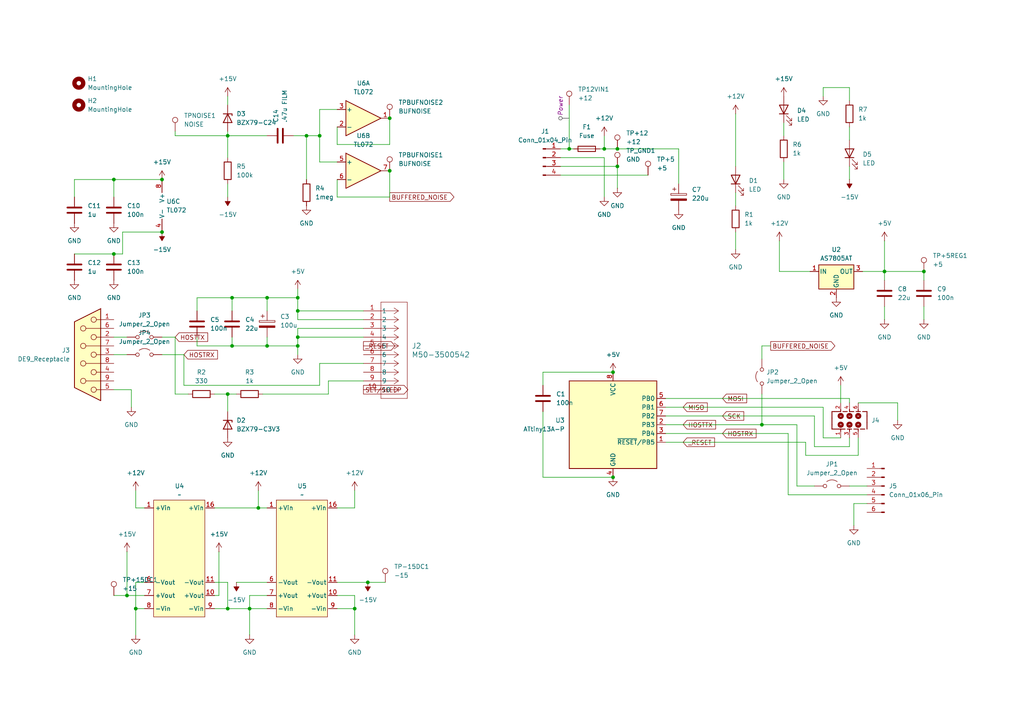
<source format=kicad_sch>
(kicad_sch (version 20231120) (generator "eeschema") (generator_version "8.0")
  (paper "A4")
  (lib_symbols
    (symbol "2024-08-17_19-55-54:M50-3500542" (pin_names (offset 0.254))
      (property "Reference" "J" (at 8.89 6.35 0))
      (property "Value" "M50-3500542" (at 0 0 0))
      (symbol "M50-3500542_0_1"
        (pin unspecified line (at 0 0 0) (length 5.08) (name "1") (number "1"))
        (pin unspecified line (at 0 -22.86 0) (length 5.08) (name "10") (number "10"))
        (pin unspecified line (at 0 -2.54 0) (length 5.08) (name "2") (number "2"))
        (pin unspecified line (at 0 -5.08 0) (length 5.08) (name "3") (number "3"))
        (pin unspecified line (at 0 -7.62 0) (length 5.08) (name "4") (number "4"))
        (pin unspecified line (at 0 -10.16 0) (length 5.08) (name "5") (number "5"))
        (pin unspecified line (at 0 -12.7 0) (length 5.08) (name "6") (number "6"))
        (pin unspecified line (at 0 -15.24 0) (length 5.08) (name "7") (number "7"))
        (pin unspecified line (at 0 -17.78 0) (length 5.08) (name "8") (number "8"))
        (pin unspecified line (at 0 -20.32 0) (length 5.08) (name "9") (number "9"))
      )
    )
    (symbol "Amplifier_Operational:TL072" (pin_names (offset 0.127))
      (property "Reference" "U" (at 0 5.08 0))
      (property "Value" "TL072" (at 0 -5.08 0))
      (symbol "TL072_1_1"
        (pin output line (at 7.62 0 180) (length 2.54) (name "~") (number "1"))
        (pin input line (at -7.62 -2.54 0) (length 2.54) (name "-") (number "2"))
        (pin input line (at -7.62 2.54 0) (length 2.54) (name "+") (number "3"))
      )
      (symbol "TL072_2_1"
        (pin input line (at -7.62 2.54 0) (length 2.54) (name "+") (number "5"))
        (pin input line (at -7.62 -2.54 0) (length 2.54) (name "-") (number "6"))
        (pin output line (at 7.62 0 180) (length 2.54) (name "~") (number "7"))
      )
      (symbol "TL072_3_1"
        (pin power_in line (at -2.54 -7.62 90) (length 3.81) (name "V-") (number "4"))
        (pin power_in line (at -2.54 7.62 270) (length 3.81) (name "V+") (number "8"))
      )
    )
    (symbol "Connector:Conn_01x04_Pin" (pin_names (offset 1.016) hide)
      (property "Reference" "J" (at 0 5.08 0))
      (property "Value" "Conn_01x04_Pin" (at 0 -7.62 0))
      (symbol "Conn_01x04_Pin_1_1"
        (pin passive line (at 5.08 2.54 180) (length 3.81) (name "Pin_1") (number "1"))
        (pin passive line (at 5.08 0 180) (length 3.81) (name "Pin_2") (number "2"))
        (pin passive line (at 5.08 -2.54 180) (length 3.81) (name "Pin_3") (number "3"))
        (pin passive line (at 5.08 -5.08 180) (length 3.81) (name "Pin_4") (number "4"))
      )
    )
    (symbol "Connector:Conn_01x06_Pin" (pin_names (offset 1.016) hide)
      (property "Reference" "J" (at 0 7.62 0))
      (property "Value" "Conn_01x06_Pin" (at 0 -10.16 0))
      (symbol "Conn_01x06_Pin_1_1"
        (pin passive line (at 5.08 5.08 180) (length 3.81) (name "Pin_1") (number "1"))
        (pin passive line (at 5.08 2.54 180) (length 3.81) (name "Pin_2") (number "2"))
        (pin passive line (at 5.08 0 180) (length 3.81) (name "Pin_3") (number "3"))
        (pin passive line (at 5.08 -2.54 180) (length 3.81) (name "Pin_4") (number "4"))
        (pin passive line (at 5.08 -5.08 180) (length 3.81) (name "Pin_5") (number "5"))
        (pin passive line (at 5.08 -7.62 180) (length 3.81) (name "Pin_6") (number "6"))
      )
    )
    (symbol "Connector:DE9_Receptacle" (pin_names (offset 1.016) hide)
      (property "Reference" "J" (at 0 13.97 0))
      (property "Value" "DE9_Receptacle" (at 0 -14.605 0))
      (symbol "DE9_Receptacle_1_1"
        (pin passive line (at -7.62 10.16 0) (length 3.81) (name "1") (number "1"))
        (pin passive line (at -7.62 5.08 0) (length 3.81) (name "2") (number "2"))
        (pin passive line (at -7.62 0 0) (length 3.81) (name "3") (number "3"))
        (pin passive line (at -7.62 -5.08 0) (length 3.81) (name "4") (number "4"))
        (pin passive line (at -7.62 -10.16 0) (length 3.81) (name "5") (number "5"))
        (pin passive line (at -7.62 7.62 0) (length 3.81) (name "6") (number "6"))
        (pin passive line (at -7.62 2.54 0) (length 3.81) (name "7") (number "7"))
        (pin passive line (at -7.62 -2.54 0) (length 3.81) (name "8") (number "8"))
        (pin passive line (at -7.62 -7.62 0) (length 3.81) (name "9") (number "9"))
      )
    )
    (symbol "Connector:TestPoint" (pin_numbers hide) (pin_names (offset 0.762) hide)
      (property "Reference" "TP" (at 0 6.858 0))
      (property "Value" "TestPoint" (at 0 5.08 0))
      (symbol "TestPoint_1_1"
        (pin passive line (at 0 0 90) (length 2.54) (name "1") (number "1"))
      )
    )
    (symbol "Device:C" (pin_numbers hide) (pin_names (offset 0.254))
      (property "Reference" "C" (at 0.635 2.54 0))
      (property "Value" "C" (at 0.635 -2.54 0))
      (symbol "C_1_1"
        (pin passive line (at 0 3.81 270) (length 2.794) (name "~") (number "1"))
        (pin passive line (at 0 -3.81 90) (length 2.794) (name "~") (number "2"))
      )
    )
    (symbol "Device:C_Polarized" (pin_numbers hide) (pin_names (offset 0.254))
      (property "Reference" "C" (at 0.635 2.54 0))
      (property "Value" "C_Polarized" (at 0.635 -2.54 0))
      (symbol "C_Polarized_1_1"
        (pin passive line (at 0 3.81 270) (length 2.794) (name "~") (number "1"))
        (pin passive line (at 0 -3.81 90) (length 2.794) (name "~") (number "2"))
      )
    )
    (symbol "Device:D_Zener" (pin_numbers hide) (pin_names (offset 1.016) hide)
      (property "Reference" "D" (at 0 2.54 0))
      (property "Value" "D_Zener" (at 0 -2.54 0))
      (symbol "D_Zener_1_1"
        (pin passive line (at -3.81 0 0) (length 2.54) (name "K") (number "1"))
        (pin passive line (at 3.81 0 180) (length 2.54) (name "A") (number "2"))
      )
    )
    (symbol "Device:Fuse" (pin_numbers hide) (pin_names (offset 0))
      (property "Reference" "F" (at 2.032 0 90))
      (property "Value" "Fuse" (at -1.905 0 90))
      (symbol "Fuse_1_1"
        (pin passive line (at 0 3.81 270) (length 1.27) (name "~") (number "1"))
        (pin passive line (at 0 -3.81 90) (length 1.27) (name "~") (number "2"))
      )
    )
    (symbol "Device:LED" (pin_numbers hide) (pin_names (offset 1.016) hide)
      (property "Reference" "D" (at 0 2.54 0))
      (property "Value" "LED" (at 0 -2.54 0))
      (symbol "LED_1_1"
        (pin passive line (at -3.81 0 0) (length 2.54) (name "K") (number "1"))
        (pin passive line (at 3.81 0 180) (length 2.54) (name "A") (number "2"))
      )
    )
    (symbol "Device:R" (pin_numbers hide) (pin_names (offset 0))
      (property "Reference" "R" (at 2.032 0 90))
      (property "Value" "R" (at 0 0 90))
      (symbol "R_1_1"
        (pin passive line (at 0 3.81 270) (length 1.27) (name "~") (number "1"))
        (pin passive line (at 0 -3.81 90) (length 1.27) (name "~") (number "2"))
      )
    )
    (symbol "Jumper:Jumper_2_Open" (pin_numbers hide) (pin_names (offset 0) hide) (exclude_from_sim yes)
      (property "Reference" "JP" (at 0 2.794 0))
      (property "Value" "Jumper_2_Open" (at 0 -2.286 0))
      (symbol "Jumper_2_Open_1_1"
        (pin passive line (at -5.08 0 0) (length 2.54) (name "A") (number "1"))
        (pin passive line (at 5.08 0 180) (length 2.54) (name "B") (number "2"))
      )
    )
    (symbol "MCU_Microchip_ATtiny:ATtiny13A-P"
      (property "Reference" "U" (at -12.7 13.97 0))
      (property "Value" "ATtiny13A-P" (at 2.54 -13.97 0))
      (symbol "ATtiny13A-P_1_1"
        (pin bidirectional line (at 15.24 -5.08 180) (length 2.54) (name "~{RESET}/PB5") (number "1"))
        (pin bidirectional line (at 15.24 0 180) (length 2.54) (name "PB3") (number "2"))
        (pin bidirectional line (at 15.24 -2.54 180) (length 2.54) (name "PB4") (number "3"))
        (pin power_in line (at 0 -15.24 90) (length 2.54) (name "GND") (number "4"))
        (pin bidirectional line (at 15.24 7.62 180) (length 2.54) (name "PB0") (number "5"))
        (pin bidirectional line (at 15.24 5.08 180) (length 2.54) (name "PB1") (number "6"))
        (pin bidirectional line (at 15.24 2.54 180) (length 2.54) (name "PB2") (number "7"))
        (pin power_in line (at 0 15.24 270) (length 2.54) (name "VCC") (number "8"))
      )
    )
    (symbol "Mechanical:MountingHole" (pin_names (offset 1.016)) (exclude_from_sim yes) (in_bom no)
      (property "Reference" "H" (at 0 5.08 0))
      (property "Value" "MountingHole" (at 0 3.175 0))
    )
    (symbol "Regulator_Linear:L7805" (pin_names (offset 0.254))
      (property "Reference" "U" (at -3.81 3.175 0))
      (property "Value" "L7805" (at 0 3.175 0))
      (symbol "L7805_1_1"
        (pin power_in line (at -7.62 0 0) (length 2.54) (name "IN") (number "1"))
        (pin power_in line (at 0 -7.62 90) (length 2.54) (name "GND") (number "2"))
        (pin power_out line (at 7.62 0 180) (length 2.54) (name "OUT") (number "3"))
      )
    )
    (symbol "ThirdPartySymbols:6120XX21621_61200621621" (pin_names (offset 1.016))
      (property "Reference" "J" (at -6.26 0.35 0))
      (symbol "6120XX21621_61200621621_0_0"
        (pin passive line (at -2.54 -5.08 90) (length 2.54) (name "~") (number "1"))
        (pin passive line (at -2.54 5.08 270) (length 2.54) (name "~") (number "2"))
        (pin passive line (at 0 -5.08 90) (length 2.54) (name "~") (number "3"))
        (pin passive line (at 0 5.08 270) (length 2.54) (name "~") (number "4"))
        (pin passive line (at 2.54 -5.08 90) (length 2.54) (name "~") (number "5"))
        (pin passive line (at 2.54 5.08 270) (length 2.54) (name "~") (number "6"))
      )
    )
    (symbol "ThirdPartySymbols:SRS-1215-2"
      (property "Reference" "U" (at 2.794 5.334 0))
      (symbol "SRS-1215-2_1_1"
        (pin power_in line (at -7.62 20.32 0) (length 2.54) (name "+Vin") (number "1"))
        (pin power_out line (at 12.7 -5.08 180) (length 2.54) (name "+Vout") (number "10"))
        (pin power_out line (at 12.7 -1.27 180) (length 2.54) (name "-Vout") (number "11"))
        (pin power_in line (at 12.7 20.32 180) (length 2.54) (name "+Vin") (number "16"))
        (pin power_out line (at -7.62 -1.27 0) (length 2.54) (name "-Vout") (number "6"))
        (pin power_out line (at -7.62 -5.08 0) (length 2.54) (name "+Vout") (number "7"))
        (pin power_in line (at -7.62 -8.89 0) (length 2.54) (name "-Vin") (number "8"))
        (pin power_out line (at 12.7 -8.89 180) (length 2.54) (name "-Vin") (number "9"))
      )
    )
    (symbol "power:+12V" (power) (pin_numbers hide) (pin_names (offset 0) hide)
      (property "Value" "+12V" (at 0 3.556 0))
      (symbol "+12V_1_1"
        (pin power_in line (at 0 0 90) (length 0) (name "~") (number "1"))
      )
    )
    (symbol "power:+15V" (power) (pin_numbers hide) (pin_names (offset 0) hide)
      (property "Value" "+15V" (at 0 3.556 0))
      (symbol "+15V_1_1"
        (pin power_in line (at 0 0 90) (length 0) (name "~") (number "1"))
      )
    )
    (symbol "power:+5V" (power) (pin_numbers hide) (pin_names (offset 0) hide)
      (property "Value" "+5V" (at 0 3.556 0))
      (symbol "+5V_1_1"
        (pin power_in line (at 0 0 90) (length 0) (name "~") (number "1"))
      )
    )
    (symbol "power:-15V" (power) (pin_numbers hide) (pin_names (offset 0) hide)
      (property "Value" "-15V" (at 0 3.556 0))
      (symbol "-15V_0_0"
        (pin power_in line (at 0 0 90) (length 0) (name "~") (number "1"))
      )
    )
    (symbol "power:GND" (power) (pin_numbers hide) (pin_names (offset 0) hide)
      (property "Value" "GND" (at 0 -3.81 0))
      (symbol "GND_1_1"
        (pin power_in line (at 0 0 270) (length 0) (name "~") (number "1"))
      )
    )
  )
  (junction (at 39.37 176.53))
  (junction (at 179.07 43.18))
  (junction (at 77.47 86.36))
  (junction (at 33.02 52.07))
  (junction (at 77.47 100.33))
  (junction (at 267.97 78.74))
  (junction (at 46.99 67.31))
  (junction (at 66.04 176.53))
  (junction (at 66.04 39.37))
  (junction (at 175.26 43.18))
  (junction (at 86.36 100.33))
  (junction (at 36.83 172.72))
  (junction (at 102.87 176.53))
  (junction (at 113.03 49.53))
  (junction (at 67.31 86.36))
  (junction (at 179.07 48.26))
  (junction (at 46.99 52.07))
  (junction (at 106.68 168.91))
  (junction (at 220.98 123.19))
  (junction (at 86.36 97.79))
  (junction (at 177.8 107.95))
  (junction (at 256.54 78.74))
  (junction (at 66.04 114.3))
  (junction (at 86.36 86.36))
  (junction (at 74.93 147.32))
  (junction (at 67.31 100.33))
  (junction (at 92.71 39.37))
  (junction (at 88.9 39.37))
  (junction (at 86.36 90.17))
  (junction (at 177.8 138.43))
  (junction (at 33.02 73.66))
  (junction (at 165.1 43.18))
  (junction (at 72.39 176.53))
  (junction (at 113.03 34.29))
  (wire (pts (xy 66.04 39.37) (xy 66.04 45.72)))
  (wire (pts (xy 260.35 116.84) (xy 260.35 121.92)))
  (wire (pts (xy 86.36 100.33) (xy 86.36 102.87)))
  (wire (pts (xy 246.38 129.54) (xy 246.38 127)))
  (wire (pts (xy 88.9 39.37) (xy 92.71 39.37)))
  (wire (pts (xy 77.47 97.79) (xy 77.47 100.33)))
  (wire (pts (xy 66.04 39.37) (xy 50.8 39.37)))
  (wire (pts (xy 248.92 116.84) (xy 260.35 116.84)))
  (wire (pts (xy 238.76 25.4) (xy 238.76 27.94)))
  (wire (pts (xy 102.87 172.72) (xy 97.79 172.72)))
  (wire (pts (xy 213.36 55.88) (xy 213.36 59.69)))
  (wire (pts (xy 113.03 41.91) (xy 97.79 41.91)))
  (wire (pts (xy 46.99 102.87) (xy 53.34 102.87)))
  (wire (pts (xy 77.47 86.36) (xy 77.47 90.17)))
  (wire (pts (xy 233.68 128.27) (xy 233.68 132.08)))
  (wire (pts (xy 41.91 172.72) (xy 36.83 172.72)))
  (wire (pts (xy 246.38 25.4) (xy 238.76 25.4)))
  (wire (pts (xy 68.58 168.91) (xy 77.47 168.91)))
  (wire (pts (xy 157.48 138.43) (xy 177.8 138.43)))
  (wire (pts (xy 179.07 43.18) (xy 196.85 43.18)))
  (wire (pts (xy 228.6 125.73) (xy 228.6 143.51)))
  (wire (pts (xy 33.02 102.87) (xy 36.83 102.87)))
  (wire (pts (xy 50.8 39.37) (xy 50.8 38.1)))
  (wire (pts (xy 92.71 105.41) (xy 92.71 111.76)))
  (wire (pts (xy 46.99 52.07) (xy 33.02 52.07)))
  (wire (pts (xy 67.31 86.36) (xy 67.31 90.17)))
  (wire (pts (xy 102.87 147.32) (xy 97.79 147.32)))
  (wire (pts (xy 86.36 90.17) (xy 105.41 90.17)))
  (wire (pts (xy 227.33 35.56) (xy 227.33 39.37)))
  (wire (pts (xy 39.37 142.24) (xy 39.37 147.32)))
  (wire (pts (xy 220.98 114.3) (xy 220.98 123.19)))
  (wire (pts (xy 175.26 43.18) (xy 179.07 43.18)))
  (wire (pts (xy 102.87 142.24) (xy 102.87 147.32)))
  (wire (pts (xy 173.99 43.18) (xy 175.26 43.18)))
  (wire (pts (xy 74.93 147.32) (xy 77.47 147.32)))
  (wire (pts (xy 162.56 43.18) (xy 165.1 43.18)))
  (wire (pts (xy 63.5 160.02) (xy 63.5 172.72)))
  (wire (pts (xy 113.03 57.15) (xy 97.79 57.15)))
  (wire (pts (xy 33.02 52.07) (xy 21.59 52.07)))
  (wire (pts (xy 33.02 113.03) (xy 38.1 113.03)))
  (wire (pts (xy 102.87 176.53) (xy 102.87 172.72)))
  (wire (pts (xy 63.5 172.72) (xy 62.23 172.72)))
  (wire (pts (xy 53.34 111.76) (xy 92.71 111.76)))
  (wire (pts (xy 57.15 90.17) (xy 57.15 86.36)))
  (wire (pts (xy 39.37 168.91) (xy 39.37 176.53)))
  (wire (pts (xy 35.56 67.31) (xy 35.56 73.66)))
  (wire (pts (xy 86.36 97.79) (xy 105.41 97.79)))
  (wire (pts (xy 77.47 100.33) (xy 86.36 100.33)))
  (wire (pts (xy 193.04 125.73) (xy 228.6 125.73)))
  (wire (pts (xy 74.93 142.24) (xy 74.93 147.32)))
  (wire (pts (xy 236.22 120.65) (xy 236.22 129.54)))
  (wire (pts (xy 267.97 88.9) (xy 267.97 92.71)))
  (wire (pts (xy 66.04 176.53) (xy 62.23 176.53)))
  (wire (pts (xy 36.83 160.02) (xy 36.83 172.72)))
  (wire (pts (xy 246.38 29.21) (xy 246.38 25.4)))
  (wire (pts (xy 67.31 100.33) (xy 57.15 100.33)))
  (wire (pts (xy 67.31 97.79) (xy 67.31 100.33)))
  (wire (pts (xy 165.1 30.48) (xy 165.1 43.18)))
  (wire (pts (xy 97.79 41.91) (xy 97.79 36.83)))
  (wire (pts (xy 53.34 111.76) (xy 53.34 102.87)))
  (wire (pts (xy 231.14 140.97) (xy 236.22 140.97)))
  (wire (pts (xy 248.92 132.08) (xy 248.92 127)))
  (wire (pts (xy 41.91 168.91) (xy 39.37 168.91)))
  (wire (pts (xy 46.99 97.79) (xy 50.8 97.79)))
  (wire (pts (xy 213.36 33.02) (xy 213.36 48.26)))
  (wire (pts (xy 220.98 100.33) (xy 220.98 104.14)))
  (wire (pts (xy 165.1 43.18) (xy 166.37 43.18)))
  (wire (pts (xy 223.52 100.33) (xy 220.98 100.33)))
  (wire (pts (xy 256.54 78.74) (xy 267.97 78.74)))
  (wire (pts (xy 256.54 69.85) (xy 256.54 78.74)))
  (wire (pts (xy 86.36 90.17) (xy 86.36 92.71)))
  (wire (pts (xy 256.54 88.9) (xy 256.54 92.71)))
  (wire (pts (xy 62.23 114.3) (xy 66.04 114.3)))
  (wire (pts (xy 72.39 172.72) (xy 77.47 172.72)))
  (wire (pts (xy 46.99 67.31) (xy 35.56 67.31)))
  (wire (pts (xy 38.1 113.03) (xy 38.1 118.11)))
  (wire (pts (xy 193.04 118.11) (xy 238.76 118.11)))
  (wire (pts (xy 193.04 128.27) (xy 233.68 128.27)))
  (wire (pts (xy 246.38 140.97) (xy 251.46 140.97)))
  (wire (pts (xy 247.65 146.05) (xy 247.65 152.4)))
  (wire (pts (xy 86.36 86.36) (xy 86.36 90.17)))
  (wire (pts (xy 72.39 176.53) (xy 77.47 176.53)))
  (wire (pts (xy 66.04 176.53) (xy 66.04 168.91)))
  (wire (pts (xy 193.04 123.19) (xy 220.98 123.19)))
  (wire (pts (xy 86.36 97.79) (xy 86.36 100.33)))
  (wire (pts (xy 39.37 176.53) (xy 39.37 184.15)))
  (wire (pts (xy 66.04 176.53) (xy 72.39 176.53)))
  (wire (pts (xy 228.6 143.51) (xy 251.46 143.51)))
  (wire (pts (xy 86.36 95.25) (xy 86.36 97.79)))
  (wire (pts (xy 256.54 78.74) (xy 256.54 81.28)))
  (wire (pts (xy 256.54 78.74) (xy 250.19 78.74)))
  (wire (pts (xy 157.48 107.95) (xy 157.48 111.76)))
  (wire (pts (xy 62.23 147.32) (xy 74.93 147.32)))
  (wire (pts (xy 243.84 116.84) (xy 243.84 111.76)))
  (wire (pts (xy 251.46 146.05) (xy 247.65 146.05)))
  (wire (pts (xy 33.02 97.79) (xy 36.83 97.79)))
  (wire (pts (xy 66.04 168.91) (xy 62.23 168.91)))
  (wire (pts (xy 97.79 176.53) (xy 102.87 176.53)))
  (wire (pts (xy 88.9 39.37) (xy 88.9 52.07)))
  (wire (pts (xy 50.8 114.3) (xy 50.8 97.79)))
  (wire (pts (xy 66.04 114.3) (xy 68.58 114.3)))
  (wire (pts (xy 50.8 114.3) (xy 54.61 114.3)))
  (wire (pts (xy 86.36 83.82) (xy 86.36 86.36)))
  (wire (pts (xy 72.39 184.15) (xy 72.39 176.53)))
  (wire (pts (xy 162.56 50.8) (xy 187.96 50.8)))
  (wire (pts (xy 33.02 52.07) (xy 33.02 57.15)))
  (wire (pts (xy 77.47 39.37) (xy 66.04 39.37)))
  (wire (pts (xy 66.04 27.94) (xy 66.04 30.48)))
  (wire (pts (xy 33.02 172.72) (xy 36.83 172.72)))
  (wire (pts (xy 238.76 127) (xy 243.84 127)))
  (wire (pts (xy 113.03 34.29) (xy 113.03 41.91)))
  (wire (pts (xy 220.98 123.19) (xy 231.14 123.19)))
  (wire (pts (xy 246.38 52.07) (xy 246.38 48.26)))
  (wire (pts (xy 196.85 43.18) (xy 196.85 53.34)))
  (wire (pts (xy 76.2 114.3) (xy 95.25 114.3)))
  (wire (pts (xy 95.25 110.49) (xy 95.25 114.3)))
  (wire (pts (xy 92.71 46.99) (xy 97.79 46.99)))
  (wire (pts (xy 157.48 119.38) (xy 157.48 138.43)))
  (wire (pts (xy 113.03 49.53) (xy 113.03 57.15)))
  (wire (pts (xy 226.06 69.85) (xy 226.06 78.74)))
  (wire (pts (xy 92.71 31.75) (xy 92.71 39.37)))
  (wire (pts (xy 86.36 92.71) (xy 105.41 92.71)))
  (wire (pts (xy 57.15 86.36) (xy 67.31 86.36)))
  (wire (pts (xy 105.41 95.25) (xy 86.36 95.25)))
  (wire (pts (xy 57.15 97.79) (xy 57.15 100.33)))
  (wire (pts (xy 35.56 73.66) (xy 33.02 73.66)))
  (wire (pts (xy 102.87 184.15) (xy 102.87 176.53)))
  (wire (pts (xy 66.04 38.1) (xy 66.04 39.37)))
  (wire (pts (xy 72.39 176.53) (xy 72.39 172.72)))
  (wire (pts (xy 105.41 110.49) (xy 95.25 110.49)))
  (wire (pts (xy 21.59 73.66) (xy 33.02 73.66)))
  (wire (pts (xy 106.68 168.91) (xy 111.76 168.91)))
  (wire (pts (xy 246.38 115.57) (xy 246.38 116.84)))
  (wire (pts (xy 175.26 39.37) (xy 175.26 43.18)))
  (wire (pts (xy 179.07 48.26) (xy 179.07 54.61)))
  (wire (pts (xy 66.04 53.34) (xy 66.04 57.15)))
  (wire (pts (xy 97.79 31.75) (xy 92.71 31.75)))
  (wire (pts (xy 105.41 105.41) (xy 92.71 105.41)))
  (wire (pts (xy 231.14 123.19) (xy 231.14 140.97)))
  (wire (pts (xy 175.26 45.72) (xy 175.26 57.15)))
  (wire (pts (xy 177.8 107.95) (xy 157.48 107.95)))
  (wire (pts (xy 77.47 100.33) (xy 67.31 100.33)))
  (wire (pts (xy 97.79 168.91) (xy 106.68 168.91)))
  (wire (pts (xy 77.47 86.36) (xy 86.36 86.36)))
  (wire (pts (xy 92.71 39.37) (xy 92.71 46.99)))
  (wire (pts (xy 39.37 176.53) (xy 41.91 176.53)))
  (wire (pts (xy 85.09 39.37) (xy 88.9 39.37)))
  (wire (pts (xy 162.56 45.72) (xy 175.26 45.72)))
  (wire (pts (xy 193.04 115.57) (xy 246.38 115.57)))
  (wire (pts (xy 267.97 78.74) (xy 267.97 81.28)))
  (wire (pts (xy 246.38 40.64) (xy 246.38 36.83)))
  (wire (pts (xy 238.76 118.11) (xy 238.76 127)))
  (wire (pts (xy 39.37 147.32) (xy 41.91 147.32)))
  (wire (pts (xy 233.68 132.08) (xy 248.92 132.08)))
  (wire (pts (xy 226.06 78.74) (xy 234.95 78.74)))
  (wire (pts (xy 193.04 120.65) (xy 236.22 120.65)))
  (wire (pts (xy 213.36 67.31) (xy 213.36 72.39)))
  (wire (pts (xy 162.56 48.26) (xy 179.07 48.26)))
  (wire (pts (xy 227.33 46.99) (xy 227.33 52.07)))
  (wire (pts (xy 21.59 52.07) (xy 21.59 57.15)))
  (wire (pts (xy 97.79 57.15) (xy 97.79 52.07)))
  (wire (pts (xy 66.04 114.3) (xy 66.04 119.38)))
  (wire (pts (xy 236.22 129.54) (xy 246.38 129.54)))
  (wire (pts (xy 67.31 86.36) (xy 77.47 86.36)))
  (global_label "MOSI" (shape input) (at 209.55 115.57 0) (property "Intersheetrefs" "${INTERSHEET_REFS}" (effects (hide yes))))
  (global_label "HOSTTX" (shape input) (at 50.8 97.79 0) (property "Intersheetrefs" "${INTERSHEET_REFS}" (effects (hide yes))))
  (global_label "MISO" (shape input) (at 198.12 118.11 0) (property "Intersheetrefs" "${INTERSHEET_REFS}" (effects (hide yes))))
  (global_label "BUFFERED_NOISE" (shape output) (at 113.03 57.15 0) (property "Intersheetrefs" "${INTERSHEET_REFS}" (effects (hide yes))))
  (global_label "BUFFERED_NOISE" (shape output) (at 223.52 100.33 0) (property "Intersheetrefs" "${INTERSHEET_REFS}" (effects (hide yes))))
  (global_label "SET{slash}SLEEP" (shape output) (at 105.41 113.03 0) (property "Intersheetrefs" "${INTERSHEET_REFS}" (effects (hide yes))))
  (global_label "_RESET" (shape output) (at 105.41 100.33 0) (property "Intersheetrefs" "${INTERSHEET_REFS}" (effects (hide yes))))
  (global_label "_RESET" (shape input) (at 198.12 128.27 0) (property "Intersheetrefs" "${INTERSHEET_REFS}" (effects (hide yes))))
  (global_label "HOSTRX" (shape input) (at 209.55 125.73 0) (property "Intersheetrefs" "${INTERSHEET_REFS}" (effects (hide yes))))
  (global_label "HOSTRX" (shape input) (at 53.34 102.87 0) (property "Intersheetrefs" "${INTERSHEET_REFS}" (effects (hide yes))))
  (global_label "HOSTTX" (shape input) (at 198.12 123.19 0) (property "Intersheetrefs" "${INTERSHEET_REFS}" (effects (hide yes))))
  (global_label "SCK" (shape input) (at 209.55 120.65 0) (property "Intersheetrefs" "${INTERSHEET_REFS}" (effects (hide yes))))
  (netclass_flag "" (length 2.54) (shape round) (at 165.1 34.29 90) (property "Netclass" "Power" (at 162.56 33.5915 90) (effects (font (italic yes)) (justify left))))
  (symbol (lib_id "Amplifier_Operational:TL072") (at 105.41 49.53 0) (unit 2)
    (property "Reference" "U6" (at 105.41 39.37 0))
    (property "Value" "TL072" (at 105.41 41.91 0))
    (property "Footprint" "Package_DIP:DIP-8_W7.62mm_Socket" (effects (hide yes)))
    (property "Datasheet" "http://www.ti.com/lit/ds/symlink/tl071.pdf" (effects (hide yes)))
    (property "Description" "Dual Low-Noise JFET-Input Operational Amplifiers, DIP-8/SOIC-8" (effects (hide yes)))
  )
  (symbol (lib_id "power:+15V") (at 66.04 27.94 0) (unit 1)
    (property "Reference" "#PWR042" (effects (hide yes)))
    (property "Value" "+15V" (at 66.04 22.86 0))
    (property "Description" "Power symbol creates a global label with name \"+15V\"" (effects (hide yes)))
  )
  (symbol (lib_id "Device:R") (at 58.42 114.3 90) (unit 1)
    (property "Reference" "R2" (at 58.42 107.95 90))
    (property "Value" "330" (at 58.42 110.49 90))
    (property "Footprint" "Resistor_THT:R_Axial_DIN0207_L6.3mm_D2.5mm_P10.16mm_Horizontal" (effects (hide yes)))
    (property "Description" "Resistor" (effects (hide yes)))
  )
  (symbol (lib_id "Device:C") (at 81.28 39.37 90) (unit 1)
    (property "Reference" "C14" (at 80.0099 35.56 0) (effects (justify left)))
    (property "Value" ".47u FILM" (at 82.5499 35.56 0) (effects (justify left)))
    (property "Footprint" "Capacitor_THT:C_Rect_L7.2mm_W3.5mm_P5.00mm_FKS2_FKP2_MKS2_MKP2" (effects (hide yes)))
    (property "Description" "Unpolarized capacitor" (effects (hide yes)))
  )
  (symbol (lib_id "power:+12V") (at 102.87 142.24 0) (unit 1)
    (property "Reference" "#PWR028" (effects (hide yes)))
    (property "Value" "+12V" (at 102.87 137.16 0))
    (property "Description" "Power symbol creates a global label with name \"+12V\"" (effects (hide yes)))
  )
  (symbol (lib_id "Connector:TestPoint") (at 113.03 49.53 0) (unit 1)
    (property "Reference" "TPBUFNOISE1" (at 115.57 44.958 0) (effects (justify left)))
    (property "Value" "BUFNOISE" (at 115.57 47.498 0) (effects (justify left)))
    (property "Footprint" "TestPoint:TestPoint_THTPad_2.5x2.5mm_Drill1.2mm" (effects (hide yes)))
    (property "Description" "test point" (effects (hide yes)))
  )
  (symbol (lib_id "power:GND") (at 267.97 92.71 0) (unit 1)
    (property "Reference" "#PWR022" (effects (hide yes)))
    (property "Value" "GND" (at 267.97 97.79 0))
    (property "Description" "Power symbol creates a global label with name \"GND\" , ground" (effects (hide yes)))
  )
  (symbol (lib_id "2024-08-17_19-55-54:M50-3500542") (at 105.41 90.17 0) (unit 1)
    (property "Reference" "J2" (at 119.38 100.3299 0) (effects (font (size 1.524 1.524)) (justify left)))
    (property "Value" "M50-3500542" (at 119.38 102.8699 0) (effects (font (size 1.524 1.524)) (justify left)))
    (property "Footprint" "KiCAD_Libraries:CONN10_500542_HRW" (effects (hide yes)))
    (property "Datasheet" "M50-3500542" (effects (hide yes)))
  )
  (symbol (lib_id "Device:LED") (at 213.36 52.07 90) (unit 1)
    (property "Reference" "D1" (at 217.17 52.3874 90) (effects (justify right)))
    (property "Value" "LED" (at 217.17 54.9274 90) (effects (justify right)))
    (property "Footprint" "LED_THT:LED_D5.0mm" (effects (hide yes)))
    (property "Description" "Light emitting diode" (effects (hide yes)))
  )
  (symbol (lib_id "Connector:TestPoint") (at 113.03 34.29 0) (unit 1)
    (property "Reference" "TPBUFNOISE2" (at 115.57 29.718 0) (effects (justify left)))
    (property "Value" "BUFNOISE" (at 115.57 32.258 0) (effects (justify left)))
    (property "Footprint" "TestPoint:TestPoint_THTPad_2.5x2.5mm_Drill1.2mm" (effects (hide yes)))
    (property "Description" "test point" (effects (hide yes)))
  )
  (symbol (lib_id "Mechanical:MountingHole") (at 22.86 30.48 0) (unit 1) (exclude_from_sim yes) (in_bom no)
    (property "Reference" "H2" (at 25.4 29.2099 0) (effects (justify left)))
    (property "Value" "MountingHole" (at 25.4 31.7499 0) (effects (justify left)))
    (property "Footprint" "MountingHole:MountingHole_3.2mm_M3" (effects (hide yes)))
    (property "Description" "Mounting Hole without connection" (effects (hide yes)))
  )
  (symbol (lib_id "Amplifier_Operational:TL072") (at 105.41 34.29 0) (unit 1)
    (property "Reference" "U6" (at 105.41 24.13 0))
    (property "Value" "TL072" (at 105.41 26.67 0))
    (property "Footprint" "Package_DIP:DIP-8_W7.62mm_Socket" (effects (hide yes)))
    (property "Datasheet" "http://www.ti.com/lit/ds/symlink/tl071.pdf" (effects (hide yes)))
    (property "Description" "Dual Low-Noise JFET-Input Operational Amplifiers, DIP-8/SOIC-8" (effects (hide yes)))
  )
  (symbol (lib_id "power:GND") (at 21.59 64.77 0) (unit 1)
    (property "Reference" "#PWR038" (effects (hide yes)))
    (property "Value" "GND" (at 21.59 69.85 0))
    (property "Description" "Power symbol creates a global label with name \"GND\" , ground" (effects (hide yes)))
  )
  (symbol (lib_id "power:GND") (at 242.57 86.36 0) (unit 1)
    (property "Reference" "#PWR019" (effects (hide yes)))
    (property "Value" "GND" (at 242.57 91.44 0))
    (property "Description" "Power symbol creates a global label with name \"GND\" , ground" (effects (hide yes)))
  )
  (symbol (lib_id "power:GND") (at 86.36 102.87 0) (unit 1)
    (property "Reference" "#PWR011" (effects (hide yes)))
    (property "Value" "GND" (at 86.36 107.95 0))
    (property "Description" "Power symbol creates a global label with name \"GND\" , ground" (effects (hide yes)))
  )
  (symbol (lib_id "Device:C") (at 21.59 60.96 0) (unit 1)
    (property "Reference" "C11" (at 25.4 59.6899 0) (effects (justify left)))
    (property "Value" "1u" (at 25.4 62.2299 0) (effects (justify left)))
    (property "Footprint" "Capacitor_THT:C_Disc_D3.8mm_W2.6mm_P2.50mm" (effects (hide yes)))
    (property "Description" "Unpolarized capacitor" (effects (hide yes)))
  )
  (symbol (lib_id "power:GND") (at 33.02 81.28 0) (unit 1)
    (property "Reference" "#PWR041" (effects (hide yes)))
    (property "Value" "GND" (at 33.02 86.36 0))
    (property "Description" "Power symbol creates a global label with name \"GND\" , ground" (effects (hide yes)))
  )
  (symbol (lib_id "Connector:TestPoint") (at 111.76 168.91 0) (unit 1)
    (property "Reference" "TP-15DC1" (at 114.3 164.3379 0) (effects (justify left)))
    (property "Value" "-15" (at 114.3 166.8779 0) (effects (justify left)))
    (property "Footprint" "TestPoint:TestPoint_THTPad_2.5x2.5mm_Drill1.2mm" (effects (hide yes)))
    (property "Description" "test point" (effects (hide yes)))
  )
  (symbol (lib_id "MCU_Microchip_ATtiny:ATtiny13A-P") (at 177.8 123.19 0) (unit 1)
    (property "Reference" "U3" (at 163.83 121.9199 0) (effects (justify right)))
    (property "Value" "ATtiny13A-P" (at 163.83 124.4599 0) (effects (justify right)))
    (property "Footprint" "Package_DIP:DIP-8_W7.62mm_Socket" (effects (hide yes)))
    (property "Datasheet" "http://ww1.microchip.com/downloads/en/DeviceDoc/doc8126.pdf" (effects (hide yes)))
    (property "Description" "20MHz, 1kB Flash, 64B SRAM, 64B EEPROM, debugWIRE, DIP-8" (effects (hide yes)))
  )
  (symbol (lib_id "power:GND") (at 196.85 60.96 0) (unit 1)
    (property "Reference" "#PWR020" (effects (hide yes)))
    (property "Value" "GND" (at 196.85 66.04 0))
    (property "Description" "Power symbol creates a global label with name \"GND\" , ground" (effects (hide yes)))
  )
  (symbol (lib_id "power:-15V") (at 106.68 168.91 180) (unit 1)
    (property "Reference" "#PWR033" (effects (hide yes)))
    (property "Value" "-15V" (at 106.68 173.99 0))
    (property "Description" "Power symbol creates a global label with name \"-15V\"" (effects (hide yes)))
  )
  (symbol (lib_id "power:GND") (at 213.36 72.39 0) (unit 1)
    (property "Reference" "#PWR010" (effects (hide yes)))
    (property "Value" "GND" (at 213.36 77.47 0))
    (property "Description" "Power symbol creates a global label with name \"GND\" , ground" (effects (hide yes)))
  )
  (symbol (lib_id "power:GND") (at 256.54 92.71 0) (unit 1)
    (property "Reference" "#PWR021" (effects (hide yes)))
    (property "Value" "GND" (at 256.54 97.79 0))
    (property "Description" "Power symbol creates a global label with name \"GND\" , ground" (effects (hide yes)))
  )
  (symbol (lib_id "Device:C") (at 33.02 60.96 0) (unit 1)
    (property "Reference" "C10" (at 36.83 59.6899 0) (effects (justify left)))
    (property "Value" "100n" (at 36.83 62.2299 0) (effects (justify left)))
    (property "Footprint" "Capacitor_THT:C_Disc_D4.3mm_W1.9mm_P5.00mm" (effects (hide yes)))
    (property "Description" "Unpolarized capacitor" (effects (hide yes)))
  )
  (symbol (lib_id "Amplifier_Operational:TL072") (at 49.53 59.69 0) (unit 3)
    (property "Reference" "U6" (at 48.26 58.4199 0) (effects (justify left)))
    (property "Value" "TL072" (at 48.26 60.9599 0) (effects (justify left)))
    (property "Footprint" "Package_DIP:DIP-8_W7.62mm_Socket" (effects (hide yes)))
    (property "Datasheet" "http://www.ti.com/lit/ds/symlink/tl071.pdf" (effects (hide yes)))
    (property "Description" "Dual Low-Noise JFET-Input Operational Amplifiers, DIP-8/SOIC-8" (effects (hide yes)))
  )
  (symbol (lib_id "power:+12V") (at 213.36 33.02 0) (unit 1)
    (property "Reference" "#PWR09" (effects (hide yes)))
    (property "Value" "+12V" (at 213.36 27.94 0))
    (property "Description" "Power symbol creates a global label with name \"+12V\"" (effects (hide yes)))
  )
  (symbol (lib_id "Device:C") (at 67.31 93.98 0) (unit 1)
    (property "Reference" "C4" (at 71.12 92.7099 0) (effects (justify left)))
    (property "Value" "22u" (at 71.12 95.2499 0) (effects (justify left)))
    (property "Footprint" "Capacitor_THT:CP_Radial_D5.0mm_P2.00mm" (effects (hide yes)))
    (property "Description" "Unpolarized capacitor" (effects (hide yes)))
  )
  (symbol (lib_id "power:-15V") (at 68.58 168.91 180) (unit 1)
    (property "Reference" "#PWR032" (effects (hide yes)))
    (property "Value" "-15V" (at 68.58 173.99 0))
    (property "Description" "Power symbol creates a global label with name \"-15V\"" (effects (hide yes)))
  )
  (symbol (lib_id "power:+15V") (at 63.5 160.02 0) (unit 1)
    (property "Reference" "#PWR034" (effects (hide yes)))
    (property "Value" "+15V" (at 63.5 154.94 0))
    (property "Description" "Power symbol creates a global label with name \"+15V\"" (effects (hide yes)))
  )
  (symbol (lib_id "ThirdPartySymbols:SRS-1215-2") (at 85.09 167.64 0) (unit 1)
    (property "Reference" "U5" (at 87.63 140.97 0))
    (property "Value" "~" (at 87.63 143.51 0))
    (property "Footprint" "Package_DIP:DIP-16_W7.62mm_Socket" (effects (hide yes)))
  )
  (symbol (lib_id "Device:D_Zener") (at 66.04 123.19 270) (unit 1)
    (property "Reference" "D2" (at 68.58 121.9199 90) (effects (justify left)))
    (property "Value" "BZX79-C3V3" (at 68.58 124.4599 90) (effects (justify left)))
    (property "Footprint" "Diode_THT:D_DO-35_SOD27_P7.62mm_Horizontal" (effects (hide yes)))
    (property "Description" "Zener diode" (effects (hide yes)))
  )
  (symbol (lib_id "power:-15V") (at 246.38 52.07 180) (unit 1)
    (property "Reference" "#PWR015" (effects (hide yes)))
    (property "Value" "-15V" (at 246.38 57.15 0))
    (property "Description" "Power symbol creates a global label with name \"-15V\"" (effects (hide yes)))
  )
  (symbol (lib_id "power:GND") (at 179.07 54.61 0) (unit 1)
    (property "Reference" "#PWR03" (effects (hide yes)))
    (property "Value" "GND" (at 179.07 59.69 0))
    (property "Description" "Power symbol creates a global label with name \"GND\" , ground" (effects (hide yes)))
  )
  (symbol (lib_id "power:-15V") (at 46.99 67.31 180) (unit 1)
    (property "Reference" "#PWR037" (effects (hide yes)))
    (property "Value" "-15V" (at 46.99 72.39 0))
    (property "Description" "Power symbol creates a global label with name \"-15V\"" (effects (hide yes)))
  )
  (symbol (lib_id "Regulator_Linear:L7805") (at 242.57 78.74 0) (unit 1)
    (property "Reference" "U2" (at 242.57 72.39 0))
    (property "Value" "AS7805AT" (at 242.57 74.93 0))
    (property "Footprint" "Package_TO_SOT_THT:TO-220-3_Vertical" (effects (hide yes)))
    (property "Datasheet" "http://www.st.com/content/ccc/resource/technical/document/datasheet/41/4f/b3/b0/12/d4/47/88/CD00000444.pdf/files/CD00000444.pdf/jcr:content/translations/en.CD00000444.pdf" (effects (hide yes)))
    (property "Description" "Positive 1.5A 35V Linear Regulator, Fixed Output 5V, TO-220/TO-263/TO-252" (effects (hide yes)))
  )
  (symbol (lib_id "power:GND") (at 38.1 118.11 0) (unit 1)
    (property "Reference" "#PWR012" (effects (hide yes)))
    (property "Value" "GND" (at 38.1 123.19 0))
    (property "Description" "Power symbol creates a global label with name \"GND\" , ground" (effects (hide yes)))
  )
  (symbol (lib_id "power:GND") (at 227.33 52.07 0) (unit 1)
    (property "Reference" "#PWR06" (effects (hide yes)))
    (property "Value" "GND" (at 227.33 57.15 0))
    (property "Description" "Power symbol creates a global label with name \"GND\" , ground" (effects (hide yes)))
  )
  (symbol (lib_id "power:GND") (at 33.02 64.77 0) (unit 1)
    (property "Reference" "#PWR039" (effects (hide yes)))
    (property "Value" "GND" (at 33.02 69.85 0))
    (property "Description" "Power symbol creates a global label with name \"GND\" , ground" (effects (hide yes)))
  )
  (symbol (lib_id "Jumper:Jumper_2_Open") (at 41.91 102.87 0) (unit 1) (exclude_from_sim yes)
    (property "Reference" "JP4" (at 41.91 96.52 0))
    (property "Value" "Jumper_2_Open" (at 41.91 99.06 0))
    (property "Footprint" "Resistor_THT:R_Axial_DIN0204_L3.6mm_D1.6mm_P7.62mm_Horizontal" (effects (hide yes)))
    (property "Description" "Jumper, 2-pole, open" (effects (hide yes)))
  )
  (symbol (lib_id "Connector:TestPoint") (at 179.07 43.18 0) (unit 1)
    (property "Reference" "TP+12" (at 181.61 38.608 0) (effects (justify left)))
    (property "Value" "+12" (at 181.61 41.148 0) (effects (justify left)))
    (property "Footprint" "TestPoint:TestPoint_THTPad_2.5x2.5mm_Drill1.2mm" (effects (hide yes)))
    (property "Description" "test point" (effects (hide yes)))
  )
  (symbol (lib_id "Jumper:Jumper_2_Open") (at 41.91 97.79 0) (unit 1) (exclude_from_sim yes)
    (property "Reference" "JP3" (at 41.91 91.44 0))
    (property "Value" "Jumper_2_Open" (at 41.91 93.98 0))
    (property "Footprint" "Resistor_THT:R_Axial_DIN0204_L3.6mm_D1.6mm_P7.62mm_Horizontal" (effects (hide yes)))
    (property "Description" "Jumper, 2-pole, open" (effects (hide yes)))
  )
  (symbol (lib_id "power:+5V") (at 256.54 69.85 0) (unit 1)
    (property "Reference" "#PWR05" (effects (hide yes)))
    (property "Value" "+5V" (at 256.54 64.77 0))
    (property "Description" "Power symbol creates a global label with name \"+5V\"" (effects (hide yes)))
  )
  (symbol (lib_id "Device:C") (at 33.02 77.47 0) (unit 1)
    (property "Reference" "C13" (at 36.83 76.1999 0) (effects (justify left)))
    (property "Value" "100n" (at 36.83 78.7399 0) (effects (justify left)))
    (property "Footprint" "Capacitor_THT:C_Disc_D4.3mm_W1.9mm_P5.00mm" (effects (hide yes)))
    (property "Description" "Unpolarized capacitor" (effects (hide yes)))
  )
  (symbol (lib_id "Device:R") (at 213.36 63.5 0) (unit 1)
    (property "Reference" "R1" (at 215.9 62.2299 0) (effects (justify left)))
    (property "Value" "1k" (at 215.9 64.7699 0) (effects (justify left)))
    (property "Footprint" "Resistor_THT:R_Axial_DIN0207_L6.3mm_D2.5mm_P10.16mm_Horizontal" (effects (hide yes)))
    (property "Description" "Resistor" (effects (hide yes)))
  )
  (symbol (lib_id "Device:C_Polarized") (at 77.47 93.98 0) (unit 1)
    (property "Reference" "C3" (at 81.28 91.8209 0) (effects (justify left)))
    (property "Value" "100u" (at 81.28 94.3609 0) (effects (justify left)))
    (property "Footprint" "Capacitor_THT:CP_Radial_D6.3mm_P2.50mm" (effects (hide yes)))
    (property "Description" "Polarized capacitor" (effects (hide yes)))
  )
  (symbol (lib_id "Connector:Conn_01x04_Pin") (at 157.48 45.72 0) (unit 1)
    (property "Reference" "J1" (at 158.115 38.1 0))
    (property "Value" "Conn_01x04_Pin" (at 158.115 40.64 0))
    (property "Footprint" "ThirdPartyFootprints:641737-1_TYC" (effects (hide yes)))
    (property "Description" "Generic connector, single row, 01x04, script generated" (effects (hide yes)))
  )
  (symbol (lib_id "Connector:TestPoint") (at 33.02 172.72 0) (unit 1)
    (property "Reference" "TP+15DC1" (at 35.56 168.1479 0) (effects (justify left)))
    (property "Value" "+15" (at 35.56 170.6879 0) (effects (justify left)))
    (property "Footprint" "TestPoint:TestPoint_THTPad_2.5x2.5mm_Drill1.2mm" (effects (hide yes)))
    (property "Description" "test point" (effects (hide yes)))
  )
  (symbol (lib_id "power:GND") (at 39.37 184.15 0) (unit 1)
    (property "Reference" "#PWR026" (effects (hide yes)))
    (property "Value" "GND" (at 39.37 189.23 0))
    (property "Description" "Power symbol creates a global label with name \"GND\" , ground" (effects (hide yes)))
  )
  (symbol (lib_id "power:GND") (at 260.35 121.92 0) (unit 1)
    (property "Reference" "#PWR024" (effects (hide yes)))
    (property "Value" "GND" (at 260.35 127 0))
    (property "Description" "Power symbol creates a global label with name \"GND\" , ground" (effects (hide yes)))
  )
  (symbol (lib_id "power:+5V") (at 243.84 111.76 0) (unit 1)
    (property "Reference" "#PWR023" (effects (hide yes)))
    (property "Value" "+5V" (at 243.84 106.68 0))
    (property "Description" "Power symbol creates a global label with name \"+5V\"" (effects (hide yes)))
  )
  (symbol (lib_id "Device:R") (at 246.38 33.02 0) (unit 1)
    (property "Reference" "R7" (at 248.92 31.7499 0) (effects (justify left)))
    (property "Value" "1k" (at 248.92 34.2899 0) (effects (justify left)))
    (property "Footprint" "Resistor_THT:R_Axial_DIN0207_L6.3mm_D2.5mm_P10.16mm_Horizontal" (effects (hide yes)))
    (property "Description" "Resistor" (effects (hide yes)))
  )
  (symbol (lib_id "Connector:DE9_Receptacle") (at 25.4 102.87 0) (mirror y) (unit 1)
    (property "Reference" "J3" (at 20.32 101.5999 0) (effects (justify left)))
    (property "Value" "DE9_Receptacle" (at 20.32 104.1399 0) (effects (justify left)))
    (property "Footprint" "ThirdPartyFootprints:LD09S13A4GX00LF_AMP" (effects (hide yes)))
    (property "Description" "9-pin female receptacle socket D-SUB connector" (effects (hide yes)))
  )
  (symbol (lib_id "Device:C_Polarized") (at 196.85 57.15 0) (unit 1)
    (property "Reference" "C7" (at 200.66 54.9909 0) (effects (justify left)))
    (property "Value" "220u" (at 200.66 57.5309 0) (effects (justify left)))
    (property "Footprint" "Capacitor_THT:CP_Axial_L18.0mm_D8.0mm_P25.00mm_Horizontal" (effects (hide yes)))
    (property "Description" "Polarized capacitor" (effects (hide yes)))
  )
  (symbol (lib_id "power:GND") (at 21.59 81.28 0) (unit 1)
    (property "Reference" "#PWR040" (effects (hide yes)))
    (property "Value" "GND" (at 21.59 86.36 0))
    (property "Description" "Power symbol creates a global label with name \"GND\" , ground" (effects (hide yes)))
  )
  (symbol (lib_id "Connector:TestPoint") (at 179.07 48.26 0) (unit 1)
    (property "Reference" "TP_GND1" (at 181.61 43.688 0) (effects (justify left)))
    (property "Value" "GND" (at 181.61 46.228 0) (effects (justify left)))
    (property "Footprint" "TestPoint:TestPoint_THTPad_2.5x2.5mm_Drill1.2mm" (effects (hide yes)))
    (property "Description" "test point" (effects (hide yes)))
  )
  (symbol (lib_id "Device:Fuse") (at 170.18 43.18 90) (unit 1)
    (property "Reference" "F1" (at 170.18 36.83 90))
    (property "Value" "Fuse" (at 170.18 39.37 90))
    (property "Footprint" "ThirdPartyFootprints:01530008" (effects (hide yes)))
  )
  (symbol (lib_id "Device:R") (at 88.9 55.88 0) (unit 1)
    (property "Reference" "R4" (at 91.44 54.6099 0) (effects (justify left)))
    (property "Value" "1meg" (at 91.44 57.1499 0) (effects (justify left)))
    (property "Footprint" "Resistor_THT:R_Axial_DIN0207_L6.3mm_D2.5mm_P10.16mm_Horizontal" (effects (hide yes)))
    (property "Description" "Resistor" (effects (hide yes)))
  )
  (symbol (lib_id "Device:D_Zener") (at 66.04 34.29 270) (unit 1)
    (property "Reference" "D3" (at 68.58 33.0199 90) (effects (justify left)))
    (property "Value" "BZX79-C24" (at 68.58 35.5599 90) (effects (justify left)))
    (property "Footprint" "Diode_THT:D_DO-35_SOD27_P12.70mm_Horizontal" (effects (hide yes)))
    (property "Description" "Zener diode" (effects (hide yes)))
  )
  (symbol (lib_id "Device:R") (at 72.39 114.3 90) (unit 1)
    (property "Reference" "R3" (at 72.39 107.95 90))
    (property "Value" "1k" (at 72.39 110.49 90))
    (property "Footprint" "Resistor_THT:R_Axial_DIN0207_L6.3mm_D2.5mm_P10.16mm_Horizontal" (effects (hide yes)))
    (property "Description" "Resistor" (effects (hide yes)))
  )
  (symbol (lib_id "Connector:TestPoint") (at 267.97 78.74 0) (unit 1)
    (property "Reference" "TP+5REG1" (at 270.51 74.1679 0) (effects (justify left)))
    (property "Value" "+5" (at 270.51 76.7079 0) (effects (justify left)))
    (property "Footprint" "TestPoint:TestPoint_THTPad_2.5x2.5mm_Drill1.2mm" (effects (hide yes)))
    (property "Description" "test point" (effects (hide yes)))
  )
  (symbol (lib_id "Connector:TestPoint") (at 187.96 50.8 0) (unit 1)
    (property "Reference" "TP+5" (at 190.5 46.2279 0) (effects (justify left)))
    (property "Value" "+5" (at 190.5 48.7679 0) (effects (justify left)))
    (property "Footprint" "TestPoint:TestPoint_THTPad_2.5x2.5mm_Drill1.2mm" (effects (hide yes)))
    (property "Description" "test point" (effects (hide yes)))
  )
  (symbol (lib_id "Device:C") (at 256.54 85.09 0) (unit 1)
    (property "Reference" "C8" (at 260.35 83.8199 0) (effects (justify left)))
    (property "Value" "22u" (at 260.35 86.3599 0) (effects (justify left)))
    (property "Footprint" "Capacitor_THT:CP_Radial_D5.0mm_P2.00mm" (effects (hide yes)))
    (property "Description" "Unpolarized capacitor" (effects (hide yes)))
  )
  (symbol (lib_id "power:GND") (at 238.76 27.94 0) (unit 1)
    (property "Reference" "#PWR08" (effects (hide yes)))
    (property "Value" "GND" (at 238.76 33.02 0))
    (property "Description" "Power symbol creates a global label with name \"GND\" , ground" (effects (hide yes)))
  )
  (symbol (lib_id "power:+5V") (at 86.36 83.82 0) (unit 1)
    (property "Reference" "#PWR04" (effects (hide yes)))
    (property "Value" "+5V" (at 86.36 78.74 0))
    (property "Description" "Power symbol creates a global label with name \"+5V\"" (effects (hide yes)))
  )
  (symbol (lib_id "power:+12V") (at 74.93 142.24 0) (unit 1)
    (property "Reference" "#PWR031" (effects (hide yes)))
    (property "Value" "+12V" (at 74.93 137.16 0))
    (property "Description" "Power symbol creates a global label with name \"+12V\"" (effects (hide yes)))
  )
  (symbol (lib_id "Connector:TestPoint") (at 165.1 30.48 0) (unit 1)
    (property "Reference" "TP12VIN1" (at 167.64 25.908 0) (effects (justify left)))
    (property "Value" "+12" (at 167.64 28.448 0) (effects (justify left)))
    (property "Footprint" "TestPoint:TestPoint_THTPad_2.5x2.5mm_Drill1.2mm" (effects (hide yes)))
    (property "Description" "test point" (effects (hide yes)))
  )
  (symbol (lib_id "power:GND") (at 102.87 184.15 0) (unit 1)
    (property "Reference" "#PWR029" (effects (hide yes)))
    (property "Value" "GND" (at 102.87 189.23 0))
    (property "Description" "Power symbol creates a global label with name \"GND\" , ground" (effects (hide yes)))
  )
  (symbol (lib_id "Mechanical:MountingHole") (at 22.86 24.13 0) (unit 1) (exclude_from_sim yes) (in_bom no)
    (property "Reference" "H1" (at 25.4 22.8599 0) (effects (justify left)))
    (property "Value" "MountingHole" (at 25.4 25.3999 0) (effects (justify left)))
    (property "Footprint" "MountingHole:MountingHole_3.2mm_M3" (effects (hide yes)))
    (property "Description" "Mounting Hole without connection" (effects (hide yes)))
  )
  (symbol (lib_id "Device:C") (at 57.15 93.98 0) (unit 1)
    (property "Reference" "C5" (at 60.96 92.7099 0) (effects (justify left)))
    (property "Value" "100n" (at 60.96 95.2499 0) (effects (justify left)))
    (property "Footprint" "Capacitor_THT:C_Disc_D4.3mm_W1.9mm_P5.00mm" (effects (hide yes)))
    (property "Description" "Unpolarized capacitor" (effects (hide yes)))
  )
  (symbol (lib_id "ThirdPartySymbols:SRS-1215-2") (at 49.53 167.64 0) (unit 1)
    (property "Reference" "U4" (at 52.07 140.97 0))
    (property "Value" "~" (at 52.07 143.51 0))
    (property "Footprint" "Package_DIP:DIP-16_W7.62mm_Socket" (effects (hide yes)))
  )
  (symbol (lib_id "power:GND") (at 247.65 152.4 0) (unit 1)
    (property "Reference" "#PWR025" (effects (hide yes)))
    (property "Value" "GND" (at 247.65 157.48 0))
    (property "Description" "Power symbol creates a global label with name \"GND\" , ground" (effects (hide yes)))
  )
  (symbol (lib_id "power:GND") (at 175.26 57.15 0) (unit 1)
    (property "Reference" "#PWR02" (effects (hide yes)))
    (property "Value" "GND" (at 175.26 62.23 0))
    (property "Description" "Power symbol creates a global label with name \"GND\" , ground" (effects (hide yes)))
  )
  (symbol (lib_id "power:+12V") (at 39.37 142.24 0) (unit 1)
    (property "Reference" "#PWR030" (effects (hide yes)))
    (property "Value" "+12V" (at 39.37 137.16 0))
    (property "Description" "Power symbol creates a global label with name \"+12V\"" (effects (hide yes)))
  )
  (symbol (lib_id "Device:C") (at 157.48 115.57 0) (unit 1)
    (property "Reference" "C1" (at 161.29 114.2999 0) (effects (justify left)))
    (property "Value" "100n" (at 161.29 116.8399 0) (effects (justify left)))
    (property "Footprint" "Capacitor_THT:C_Disc_D4.3mm_W1.9mm_P5.00mm" (effects (hide yes)))
    (property "Description" "Unpolarized capacitor" (effects (hide yes)))
  )
  (symbol (lib_id "power:-15V") (at 66.04 57.15 180) (unit 1)
    (property "Reference" "#PWR043" (effects (hide yes)))
    (property "Value" "-15V" (at 66.04 62.23 0))
    (property "Description" "Power symbol creates a global label with name \"-15V\"" (effects (hide yes)))
  )
  (symbol (lib_id "ThirdPartySymbols:6120XX21621_61200621621") (at 246.38 121.92 0) (unit 1)
    (property "Reference" "J4" (at 252.73 121.9199 0) (effects (justify left)))
    (property "Value" "61200621621" (effects (hide yes)))
    (property "Footprint" "ThirdPartyFootprints:61200621621" (effects (hide yes)))
    (property "CONTACT-RESISTANCE" "20mOhm" (effects (hide yes)))
    (property "GENDER" "Male" (effects (hide yes)))
    (property "MOUNT" "THT" (effects (hide yes)))
    (property "IR" "3A" (effects (hide yes)))
    (property "PACKAGING" "Tray" (effects (hide yes)))
    (property "PART-NUMBER" "61200621621" (effects (hide yes)))
    (property "LENGTH" "15.28mm" (effects (hide yes)))
    (property "DATASHEET-URL" "https://www.we-online.com/redexpert/spec/61200621621?ae" (effects (hide yes)))
    (property "WORKING-VOLTAGE" "250V(AC)" (effects (hide yes)))
    (property "PINS" "6" (effects (hide yes)))
    (property "PITCH" "2.54mm" (effects (hide yes)))
    (property "TYPE" "Straight" (effects (hide yes)))
  )
  (symbol (lib_id "power:GND") (at 88.9 59.69 0) (unit 1)
    (property "Reference" "#PWR044" (effects (hide yes)))
    (property "Value" "GND" (at 88.9 64.77 0))
    (property "Description" "Power symbol creates a global label with name \"GND\" , ground" (effects (hide yes)))
  )
  (symbol (lib_id "power:GND") (at 66.04 127 0) (unit 1)
    (property "Reference" "#PWR013" (effects (hide yes)))
    (property "Value" "GND" (at 66.04 132.08 0))
    (property "Description" "Power symbol creates a global label with name \"GND\" , ground" (effects (hide yes)))
  )
  (symbol (lib_id "Jumper:Jumper_2_Open") (at 241.3 140.97 0) (unit 1) (exclude_from_sim yes)
    (property "Reference" "JP1" (at 241.3 134.62 0))
    (property "Value" "Jumper_2_Open" (at 241.3 137.16 0))
    (property "Footprint" "Resistor_THT:R_Axial_DIN0204_L3.6mm_D1.6mm_P7.62mm_Horizontal" (effects (hide yes)))
    (property "Description" "Jumper, 2-pole, open" (effects (hide yes)))
  )
  (symbol (lib_id "power:+15V") (at 36.83 160.02 0) (unit 1)
    (property "Reference" "#PWR035" (effects (hide yes)))
    (property "Value" "+15V" (at 36.83 154.94 0))
    (property "Description" "Power symbol creates a global label with name \"+15V\"" (effects (hide yes)))
  )
  (symbol (lib_id "Device:C") (at 21.59 77.47 0) (unit 1)
    (property "Reference" "C12" (at 25.4 76.1999 0) (effects (justify left)))
    (property "Value" "1u" (at 25.4 78.7399 0) (effects (justify left)))
    (property "Footprint" "Capacitor_THT:C_Disc_D3.8mm_W2.6mm_P2.50mm" (effects (hide yes)))
    (property "Description" "Unpolarized capacitor" (effects (hide yes)))
  )
  (symbol (lib_id "power:GND") (at 72.39 184.15 0) (unit 1)
    (property "Reference" "#PWR027" (effects (hide yes)))
    (property "Value" "GND" (at 72.39 189.23 0))
    (property "Description" "Power symbol creates a global label with name \"GND\" , ground" (effects (hide yes)))
  )
  (symbol (lib_id "Jumper:Jumper_2_Open") (at 220.98 109.22 90) (unit 1) (exclude_from_sim yes)
    (property "Reference" "JP2" (at 222.25 107.9499 90) (effects (justify right)))
    (property "Value" "Jumper_2_Open" (at 222.25 110.4899 90) (effects (justify right)))
    (property "Footprint" "Resistor_THT:R_Axial_DIN0204_L3.6mm_D1.6mm_P7.62mm_Horizontal" (effects (hide yes)))
    (property "Description" "Jumper, 2-pole, open" (effects (hide yes)))
  )
  (symbol (lib_id "Device:R") (at 227.33 43.18 0) (unit 1)
    (property "Reference" "R6" (at 229.87 41.9099 0) (effects (justify left)))
    (property "Value" "1k" (at 229.87 44.4499 0) (effects (justify left)))
    (property "Footprint" "Resistor_THT:R_Axial_DIN0207_L6.3mm_D2.5mm_P10.16mm_Horizontal" (effects (hide yes)))
    (property "Description" "Resistor" (effects (hide yes)))
  )
  (symbol (lib_id "power:+15V") (at 46.99 52.07 0) (unit 1)
    (property "Reference" "#PWR036" (effects (hide yes)))
    (property "Value" "+15V" (at 46.99 46.99 0))
    (property "Description" "Power symbol creates a global label with name \"+15V\"" (effects (hide yes)))
  )
  (symbol (lib_id "power:GND") (at 177.8 138.43 0) (unit 1)
    (property "Reference" "#PWR018" (effects (hide yes)))
    (property "Value" "GND" (at 177.8 143.51 0))
    (property "Description" "Power symbol creates a global label with name \"GND\" , ground" (effects (hide yes)))
  )
  (symbol (lib_id "Connector:TestPoint") (at 50.8 38.1 0) (unit 1)
    (property "Reference" "TPNOISE1" (at 53.34 33.528 0) (effects (justify left)))
    (property "Value" "NOISE" (at 53.34 36.068 0) (effects (justify left)))
    (property "Footprint" "TestPoint:TestPoint_THTPad_2.5x2.5mm_Drill1.2mm" (effects (hide yes)))
    (property "Description" "test point" (effects (hide yes)))
  )
  (symbol (lib_id "power:+12V") (at 226.06 69.85 0) (unit 1)
    (property "Reference" "#PWR017" (effects (hide yes)))
    (property "Value" "+12V" (at 226.06 64.77 0))
    (property "Description" "Power symbol creates a global label with name \"+12V\"" (effects (hide yes)))
  )
  (symbol (lib_id "power:+15V") (at 227.33 27.94 0) (unit 1)
    (property "Reference" "#PWR014" (effects (hide yes)))
    (property "Value" "+15V" (at 227.33 22.86 0))
    (property "Description" "Power symbol creates a global label with name \"+15V\"" (effects (hide yes)))
  )
  (symbol (lib_id "Device:C") (at 267.97 85.09 0) (unit 1)
    (property "Reference" "C9" (at 271.78 83.8199 0) (effects (justify left)))
    (property "Value" "100n" (at 271.78 86.3599 0) (effects (justify left)))
    (property "Footprint" "Capacitor_THT:C_Disc_D4.3mm_W1.9mm_P5.00mm" (effects (hide yes)))
    (property "Description" "Unpolarized capacitor" (effects (hide yes)))
  )
  (symbol (lib_id "Device:LED") (at 246.38 44.45 90) (unit 1)
    (property "Reference" "D5" (at 250.19 44.7674 90) (effects (justify right)))
    (property "Value" "LED" (at 250.19 47.3074 90) (effects (justify right)))
    (property "Footprint" "LED_THT:LED_D5.0mm" (effects (hide yes)))
    (property "Description" "Light emitting diode" (effects (hide yes)))
  )
  (symbol (lib_id "Device:R") (at 66.04 49.53 0) (unit 1)
    (property "Reference" "R5" (at 68.58 48.2599 0) (effects (justify left)))
    (property "Value" "100k" (at 68.58 50.7999 0) (effects (justify left)))
    (property "Footprint" "Resistor_THT:R_Axial_DIN0207_L6.3mm_D2.5mm_P10.16mm_Horizontal" (effects (hide yes)))
    (property "Description" "Resistor" (effects (hide yes)))
  )
  (symbol (lib_id "power:+5V") (at 177.8 107.95 0) (unit 1)
    (property "Reference" "#PWR07" (effects (hide yes)))
    (property "Value" "+5V" (at 177.8 102.87 0))
    (property "Description" "Power symbol creates a global label with name \"+5V\"" (effects (hide yes)))
  )
  (symbol (lib_id "Connector:Conn_01x06_Pin") (at 256.54 140.97 0) (mirror y) (unit 1)
    (property "Reference" "J5" (at 257.81 140.9699 0) (effects (justify right)))
    (property "Value" "Conn_01x06_Pin" (at 257.81 143.5099 0) (effects (justify right)))
    (property "Footprint" "Connector_PinHeader_2.54mm:PinHeader_1x06_P2.54mm_Vertical" (effects (hide yes)))
    (property "Description" "Generic connector, single row, 01x06, script generated" (effects (hide yes)))
  )
  (symbol (lib_id "Device:LED") (at 227.33 31.75 90) (unit 1)
    (property "Reference" "D4" (at 231.14 32.0674 90) (effects (justify right)))
    (property "Value" "LED" (at 231.14 34.6074 90) (effects (justify right)))
    (property "Footprint" "LED_THT:LED_D5.0mm" (effects (hide yes)))
    (property "Description" "Light emitting diode" (effects (hide yes)))
  )
  (symbol (lib_id "power:+12V") (at 175.26 39.37 0) (unit 1)
    (property "Reference" "#PWR01" (effects (hide yes)))
    (property "Value" "+12V" (at 175.26 34.29 0))
    (property "Description" "Power symbol creates a global label with name \"+12V\"" (effects (hide yes)))
  )
)
</source>
